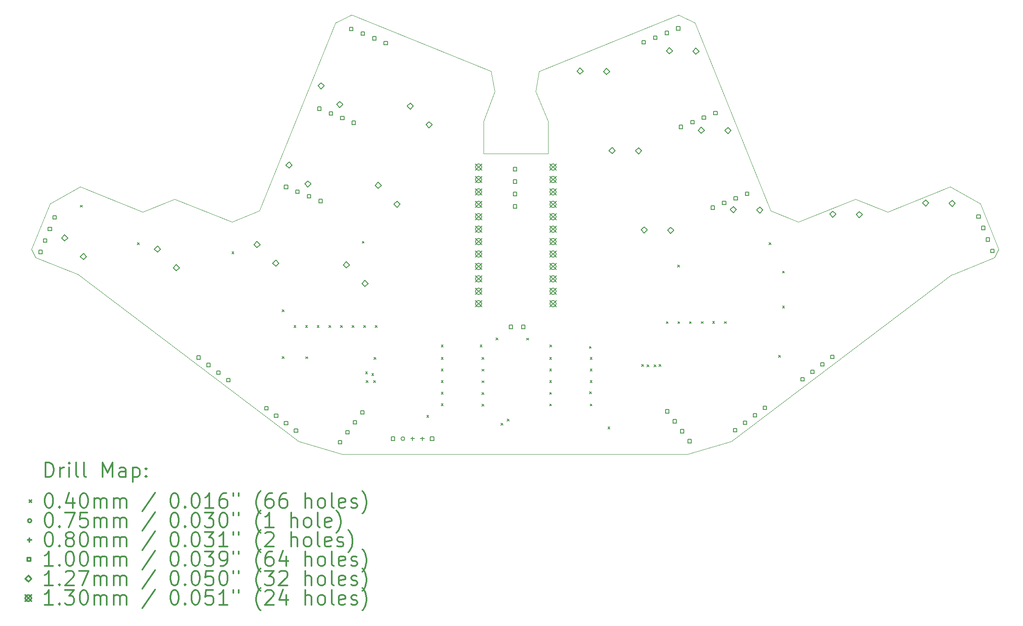
<source format=gbr>
%FSLAX45Y45*%
G04 Gerber Fmt 4.5, Leading zero omitted, Abs format (unit mm)*
G04 Created by KiCad (PCBNEW (5.1.4)-1) date 2023-12-29 15:47:18*
%MOMM*%
%LPD*%
G04 APERTURE LIST*
%ADD10C,0.050000*%
%ADD11C,0.200000*%
%ADD12C,0.300000*%
G04 APERTURE END LIST*
D10*
X14660000Y-6764000D02*
X14739400Y-7175800D01*
X15645876Y-6767825D02*
X15577600Y-7175800D01*
X15577600Y-7175800D02*
X15831600Y-7785400D01*
X14510800Y-7785400D02*
X14739400Y-7175800D01*
X15831600Y-8445800D02*
X15831600Y-7785400D01*
X14510800Y-8445800D02*
X14510800Y-7785400D01*
X15831600Y-8445800D02*
X14510800Y-8445800D01*
X18685877Y-14597825D02*
X19587407Y-14333763D01*
X18483889Y-5622853D02*
X15655978Y-6765403D01*
X11615876Y-14597825D02*
X18685877Y-14597825D01*
X15655978Y-6765403D02*
X15645876Y-6767825D01*
X11832089Y-5621450D02*
X11813546Y-5613958D01*
X11615876Y-14597825D02*
X10728571Y-14332360D01*
X18502433Y-5615361D02*
X18483889Y-5622853D01*
X11832089Y-5621450D02*
X14660000Y-6764000D01*
X22783704Y-9644991D02*
X24063218Y-9128034D01*
X20955286Y-9844453D02*
X22127283Y-9381720D01*
X20955286Y-9844453D02*
X20389990Y-9619862D01*
X24117703Y-10917959D02*
X24970712Y-10573321D01*
X19587407Y-14333763D02*
X24099159Y-10925451D01*
X18502433Y-5615361D02*
X18835373Y-5772049D01*
X25055565Y-10409614D02*
X24970712Y-10573321D01*
X24677212Y-9473158D02*
X24063218Y-9128034D01*
X10728571Y-14332360D02*
X6216819Y-10924047D01*
X24677212Y-9473158D02*
X25055565Y-10409614D01*
X6198275Y-10916555D02*
X6216819Y-10924047D01*
X5638766Y-9471754D02*
X5260413Y-10408210D01*
X8188695Y-9380317D02*
X7532274Y-9643587D01*
X22127283Y-9381720D02*
X22783704Y-9644991D01*
X5638766Y-9471754D02*
X6252760Y-9126630D01*
X7532274Y-9643587D02*
X6252760Y-9126630D01*
X18835373Y-5772049D02*
X20389990Y-9619862D01*
X24117703Y-10917959D02*
X24099159Y-10925451D01*
X9360693Y-9843049D02*
X9925989Y-9618459D01*
X11480606Y-5770646D02*
X9925989Y-9618459D01*
X9360693Y-9843049D02*
X8188695Y-9380317D01*
X5260413Y-10408210D02*
X5345266Y-10571917D01*
X11813546Y-5613958D02*
X11480606Y-5770646D01*
X6198275Y-10916555D02*
X5345266Y-10571917D01*
D11*
X6260000Y-9504000D02*
X6300000Y-9544000D01*
X6300000Y-9504000D02*
X6260000Y-9544000D01*
X7425000Y-10269000D02*
X7465000Y-10309000D01*
X7465000Y-10269000D02*
X7425000Y-10309000D01*
X9360000Y-10454625D02*
X9400000Y-10494625D01*
X9400000Y-10454625D02*
X9360000Y-10494625D01*
X10391875Y-11645250D02*
X10431875Y-11685250D01*
X10431875Y-11645250D02*
X10391875Y-11685250D01*
X10391875Y-12597750D02*
X10431875Y-12637750D01*
X10431875Y-12597750D02*
X10391875Y-12637750D01*
X10630000Y-11962750D02*
X10670000Y-12002750D01*
X10670000Y-11962750D02*
X10630000Y-12002750D01*
X10868125Y-11962750D02*
X10908125Y-12002750D01*
X10908125Y-11962750D02*
X10868125Y-12002750D01*
X10871300Y-12604100D02*
X10911300Y-12644100D01*
X10911300Y-12604100D02*
X10871300Y-12644100D01*
X11106250Y-11962750D02*
X11146250Y-12002750D01*
X11146250Y-11962750D02*
X11106250Y-12002750D01*
X11344375Y-11962750D02*
X11384375Y-12002750D01*
X11384375Y-11962750D02*
X11344375Y-12002750D01*
X11582500Y-11962750D02*
X11622500Y-12002750D01*
X11622500Y-11962750D02*
X11582500Y-12002750D01*
X11820625Y-11962750D02*
X11860625Y-12002750D01*
X11860625Y-11962750D02*
X11820625Y-12002750D01*
X12027000Y-10241900D02*
X12067000Y-10281900D01*
X12067000Y-10241900D02*
X12027000Y-10281900D01*
X12058750Y-11962750D02*
X12098750Y-12002750D01*
X12098750Y-11962750D02*
X12058750Y-12002750D01*
X12096000Y-12913000D02*
X12136000Y-12953000D01*
X12136000Y-12913000D02*
X12096000Y-12953000D01*
X12111000Y-13090000D02*
X12151000Y-13130000D01*
X12151000Y-13090000D02*
X12111000Y-13130000D01*
X12222745Y-12945701D02*
X12262745Y-12985701D01*
X12262745Y-12945701D02*
X12222745Y-12985701D01*
X12258081Y-13091102D02*
X12298081Y-13131102D01*
X12298081Y-13091102D02*
X12258081Y-13131102D01*
X12268300Y-12616800D02*
X12308300Y-12656800D01*
X12308300Y-12616800D02*
X12268300Y-12656800D01*
X12296875Y-11962750D02*
X12336875Y-12002750D01*
X12336875Y-11962750D02*
X12296875Y-12002750D01*
X13348000Y-13802000D02*
X13388000Y-13842000D01*
X13388000Y-13802000D02*
X13348000Y-13842000D01*
X13646050Y-12614300D02*
X13686050Y-12654300D01*
X13686050Y-12614300D02*
X13646050Y-12654300D01*
X13646050Y-12852425D02*
X13686050Y-12892425D01*
X13686050Y-12852425D02*
X13646050Y-12892425D01*
X13646050Y-13090550D02*
X13686050Y-13130550D01*
X13686050Y-13090550D02*
X13646050Y-13130550D01*
X13646050Y-13328675D02*
X13686050Y-13368675D01*
X13686050Y-13328675D02*
X13646050Y-13368675D01*
X13646050Y-13566800D02*
X13686050Y-13606800D01*
X13686050Y-13566800D02*
X13646050Y-13606800D01*
X13646250Y-12359625D02*
X13686250Y-12399625D01*
X13686250Y-12359625D02*
X13646250Y-12399625D01*
X14440000Y-12359625D02*
X14480000Y-12399625D01*
X14480000Y-12359625D02*
X14440000Y-12399625D01*
X14477275Y-12618775D02*
X14517275Y-12658775D01*
X14517275Y-12618775D02*
X14477275Y-12658775D01*
X14477275Y-12856900D02*
X14517275Y-12896900D01*
X14517275Y-12856900D02*
X14477275Y-12896900D01*
X14477275Y-13095025D02*
X14517275Y-13135025D01*
X14517275Y-13095025D02*
X14477275Y-13135025D01*
X14477275Y-13333150D02*
X14517275Y-13373150D01*
X14517275Y-13333150D02*
X14477275Y-13373150D01*
X14477275Y-13571275D02*
X14517275Y-13611275D01*
X14517275Y-13571275D02*
X14477275Y-13611275D01*
X14768000Y-12216000D02*
X14808000Y-12256000D01*
X14808000Y-12216000D02*
X14768000Y-12256000D01*
X14866000Y-13960000D02*
X14906000Y-14000000D01*
X14906000Y-13960000D02*
X14866000Y-14000000D01*
X14994000Y-13879000D02*
X15034000Y-13919000D01*
X15034000Y-13879000D02*
X14994000Y-13919000D01*
X15392500Y-12223100D02*
X15432500Y-12263100D01*
X15432500Y-12223100D02*
X15392500Y-12263100D01*
X15864250Y-12616775D02*
X15904250Y-12656775D01*
X15904250Y-12616775D02*
X15864250Y-12656775D01*
X15864250Y-12854900D02*
X15904250Y-12894900D01*
X15904250Y-12854900D02*
X15864250Y-12894900D01*
X15864250Y-13093025D02*
X15904250Y-13133025D01*
X15904250Y-13093025D02*
X15864250Y-13133025D01*
X15864250Y-13331150D02*
X15904250Y-13371150D01*
X15904250Y-13331150D02*
X15864250Y-13371150D01*
X15864250Y-13569275D02*
X15904250Y-13609275D01*
X15904250Y-13569275D02*
X15864250Y-13609275D01*
X15868750Y-12359625D02*
X15908750Y-12399625D01*
X15908750Y-12359625D02*
X15868750Y-12399625D01*
X16675200Y-12391375D02*
X16715200Y-12431375D01*
X16715200Y-12391375D02*
X16675200Y-12431375D01*
X16681797Y-13319696D02*
X16721797Y-13359696D01*
X16721797Y-13319696D02*
X16681797Y-13359696D01*
X16693375Y-12616900D02*
X16733375Y-12656900D01*
X16733375Y-12616900D02*
X16693375Y-12656900D01*
X16693375Y-12855025D02*
X16733375Y-12895025D01*
X16733375Y-12855025D02*
X16693375Y-12895025D01*
X16693375Y-13093150D02*
X16733375Y-13133150D01*
X16733375Y-13093150D02*
X16693375Y-13133150D01*
X16693375Y-13569400D02*
X16733375Y-13609400D01*
X16733375Y-13569400D02*
X16693375Y-13609400D01*
X17056200Y-14039197D02*
X17096200Y-14079197D01*
X17096200Y-14039197D02*
X17056200Y-14079197D01*
X17745457Y-12762986D02*
X17785457Y-12802986D01*
X17785457Y-12762986D02*
X17745457Y-12802986D01*
X17856300Y-12766030D02*
X17896300Y-12806030D01*
X17896300Y-12766030D02*
X17856300Y-12806030D01*
X18004177Y-12769431D02*
X18044177Y-12809431D01*
X18044177Y-12769431D02*
X18004177Y-12809431D01*
X18103814Y-12760895D02*
X18143814Y-12800895D01*
X18143814Y-12760895D02*
X18103814Y-12800895D01*
X18250000Y-11883375D02*
X18290000Y-11923375D01*
X18290000Y-11883375D02*
X18250000Y-11923375D01*
X18485000Y-10729000D02*
X18525000Y-10769000D01*
X18525000Y-10729000D02*
X18485000Y-10769000D01*
X18488125Y-11883375D02*
X18528125Y-11923375D01*
X18528125Y-11883375D02*
X18488125Y-11923375D01*
X18726250Y-11883375D02*
X18766250Y-11923375D01*
X18766250Y-11883375D02*
X18726250Y-11923375D01*
X18964375Y-11883375D02*
X19004375Y-11923375D01*
X19004375Y-11883375D02*
X18964375Y-11923375D01*
X18964375Y-11883375D02*
X19004375Y-11923375D01*
X19004375Y-11883375D02*
X18964375Y-11923375D01*
X19198310Y-11879185D02*
X19238310Y-11919185D01*
X19238310Y-11879185D02*
X19198310Y-11919185D01*
X19440625Y-11883375D02*
X19480625Y-11923375D01*
X19480625Y-11883375D02*
X19440625Y-11923375D01*
X20352395Y-10271395D02*
X20392395Y-10311395D01*
X20392395Y-10271395D02*
X20352395Y-10311395D01*
X20551875Y-12574151D02*
X20591875Y-12614151D01*
X20591875Y-12574151D02*
X20551875Y-12614151D01*
X20631250Y-10851500D02*
X20671250Y-10891500D01*
X20671250Y-10851500D02*
X20631250Y-10891500D01*
X20631250Y-11565875D02*
X20671250Y-11605875D01*
X20671250Y-11565875D02*
X20631250Y-11605875D01*
X12896500Y-14279000D02*
G75*
G03X12896500Y-14279000I-37500J0D01*
G01*
X13059000Y-14239000D02*
X13059000Y-14319000D01*
X13019000Y-14279000D02*
X13099000Y-14279000D01*
X13259000Y-14239000D02*
X13259000Y-14319000D01*
X13219000Y-14279000D02*
X13299000Y-14279000D01*
X8716057Y-12655924D02*
X8716057Y-12585212D01*
X8645346Y-12585212D01*
X8645346Y-12655924D01*
X8716057Y-12655924D01*
X8918911Y-12808785D02*
X8918911Y-12738073D01*
X8848199Y-12738073D01*
X8848199Y-12808785D01*
X8918911Y-12808785D01*
X9121764Y-12961646D02*
X9121764Y-12890934D01*
X9051053Y-12890934D01*
X9051053Y-12961646D01*
X9121764Y-12961646D01*
X9324618Y-13114507D02*
X9324618Y-13043795D01*
X9253906Y-13043795D01*
X9253906Y-13114507D01*
X9324618Y-13114507D01*
X10503242Y-9167730D02*
X10503242Y-9097019D01*
X10432531Y-9097019D01*
X10432531Y-9167730D01*
X10503242Y-9167730D01*
X10738747Y-9262881D02*
X10738747Y-9192169D01*
X10668036Y-9192169D01*
X10668036Y-9262881D01*
X10738747Y-9262881D01*
X10974252Y-9358031D02*
X10974252Y-9287319D01*
X10903540Y-9287319D01*
X10903540Y-9358031D01*
X10974252Y-9358031D01*
X11209756Y-9453181D02*
X11209756Y-9382469D01*
X11139045Y-9382469D01*
X11139045Y-9453181D01*
X11209756Y-9453181D01*
X15106356Y-12027356D02*
X15106356Y-11956644D01*
X15035644Y-11956644D01*
X15035644Y-12027356D01*
X15106356Y-12027356D01*
X15360356Y-12027356D02*
X15360356Y-11956644D01*
X15289644Y-11956644D01*
X15289644Y-12027356D01*
X15360356Y-12027356D01*
X11184718Y-7567730D02*
X11184718Y-7497019D01*
X11114007Y-7497019D01*
X11114007Y-7567730D01*
X11184718Y-7567730D01*
X11420223Y-7662880D02*
X11420223Y-7592169D01*
X11349511Y-7592169D01*
X11349511Y-7662880D01*
X11420223Y-7662880D01*
X11655727Y-7758030D02*
X11655727Y-7687319D01*
X11585016Y-7687319D01*
X11585016Y-7758030D01*
X11655727Y-7758030D01*
X11891232Y-7853181D02*
X11891232Y-7782469D01*
X11820521Y-7782469D01*
X11820521Y-7853181D01*
X11891232Y-7853181D01*
X19235356Y-9589356D02*
X19235356Y-9518644D01*
X19164644Y-9518644D01*
X19164644Y-9589356D01*
X19235356Y-9589356D01*
X19470860Y-9494206D02*
X19470860Y-9423494D01*
X19400149Y-9423494D01*
X19400149Y-9494206D01*
X19470860Y-9494206D01*
X19706365Y-9399056D02*
X19706365Y-9328344D01*
X19635654Y-9328344D01*
X19635654Y-9399056D01*
X19706365Y-9399056D01*
X19941870Y-9303906D02*
X19941870Y-9233194D01*
X19871158Y-9233194D01*
X19871158Y-9303906D01*
X19941870Y-9303906D01*
X18306137Y-13757079D02*
X18306137Y-13686367D01*
X18235426Y-13686367D01*
X18235426Y-13757079D01*
X18306137Y-13757079D01*
X18458998Y-13959932D02*
X18458998Y-13889221D01*
X18388287Y-13889221D01*
X18388287Y-13959932D01*
X18458998Y-13959932D01*
X18611859Y-14162786D02*
X18611859Y-14092074D01*
X18541148Y-14092074D01*
X18541148Y-14162786D01*
X18611859Y-14162786D01*
X18764720Y-14365639D02*
X18764720Y-14294928D01*
X18694009Y-14294928D01*
X18694009Y-14365639D01*
X18764720Y-14365639D01*
X21076870Y-13099146D02*
X21076870Y-13028435D01*
X21006158Y-13028435D01*
X21006158Y-13099146D01*
X21076870Y-13099146D01*
X21279723Y-12946285D02*
X21279723Y-12875574D01*
X21209012Y-12875574D01*
X21209012Y-12946285D01*
X21279723Y-12946285D01*
X21482577Y-12793424D02*
X21482577Y-12722713D01*
X21411865Y-12722713D01*
X21411865Y-12793424D01*
X21482577Y-12793424D01*
X21685430Y-12640563D02*
X21685430Y-12569852D01*
X21614719Y-12569852D01*
X21614719Y-12640563D01*
X21685430Y-12640563D01*
X19697046Y-14141972D02*
X19697046Y-14071261D01*
X19626334Y-14071261D01*
X19626334Y-14141972D01*
X19697046Y-14141972D01*
X19899899Y-13989111D02*
X19899899Y-13918400D01*
X19829188Y-13918400D01*
X19829188Y-13989111D01*
X19899899Y-13989111D01*
X20102753Y-13836250D02*
X20102753Y-13765539D01*
X20032041Y-13765539D01*
X20032041Y-13836250D01*
X20102753Y-13836250D01*
X20305606Y-13683389D02*
X20305606Y-13612678D01*
X20234895Y-13612678D01*
X20234895Y-13683389D01*
X20305606Y-13683389D01*
X12694356Y-14314356D02*
X12694356Y-14243644D01*
X12623644Y-14243644D01*
X12623644Y-14314356D01*
X12694356Y-14314356D01*
X13494356Y-14314356D02*
X13494356Y-14243644D01*
X13423644Y-14243644D01*
X13423644Y-14314356D01*
X13494356Y-14314356D01*
X24678194Y-9770465D02*
X24678194Y-9699753D01*
X24607482Y-9699753D01*
X24607482Y-9770465D01*
X24678194Y-9770465D01*
X24773344Y-10005969D02*
X24773344Y-9935258D01*
X24702632Y-9935258D01*
X24702632Y-10005969D01*
X24773344Y-10005969D01*
X24868494Y-10241474D02*
X24868494Y-10170763D01*
X24797782Y-10170763D01*
X24797782Y-10241474D01*
X24868494Y-10241474D01*
X24963644Y-10476979D02*
X24963644Y-10406267D01*
X24892933Y-10406267D01*
X24892933Y-10476979D01*
X24963644Y-10476979D01*
X17824790Y-6208421D02*
X17824790Y-6137709D01*
X17754079Y-6137709D01*
X17754079Y-6208421D01*
X17824790Y-6208421D01*
X18060295Y-6113270D02*
X18060295Y-6042559D01*
X17989584Y-6042559D01*
X17989584Y-6113270D01*
X18060295Y-6113270D01*
X18295800Y-6018120D02*
X18295800Y-5947409D01*
X18225088Y-5947409D01*
X18225088Y-6018120D01*
X18295800Y-6018120D01*
X18531304Y-5922970D02*
X18531304Y-5852259D01*
X18460593Y-5852259D01*
X18460593Y-5922970D01*
X18531304Y-5922970D01*
X10099627Y-13689478D02*
X10099627Y-13618766D01*
X10028916Y-13618766D01*
X10028916Y-13689478D01*
X10099627Y-13689478D01*
X10302481Y-13842339D02*
X10302481Y-13771627D01*
X10231769Y-13771627D01*
X10231769Y-13842339D01*
X10302481Y-13842339D01*
X10505334Y-13995200D02*
X10505334Y-13924488D01*
X10434623Y-13924488D01*
X10434623Y-13995200D01*
X10505334Y-13995200D01*
X10708188Y-14148061D02*
X10708188Y-14077349D01*
X10637476Y-14077349D01*
X10637476Y-14148061D01*
X10708188Y-14148061D01*
X11608784Y-14385499D02*
X11608784Y-14314788D01*
X11538073Y-14314788D01*
X11538073Y-14385499D01*
X11608784Y-14385499D01*
X11761645Y-14182646D02*
X11761645Y-14111934D01*
X11690934Y-14111934D01*
X11690934Y-14182646D01*
X11761645Y-14182646D01*
X11914506Y-13979792D02*
X11914506Y-13909081D01*
X11843795Y-13909081D01*
X11843795Y-13979792D01*
X11914506Y-13979792D01*
X12067367Y-13776939D02*
X12067367Y-13706228D01*
X11996656Y-13706228D01*
X11996656Y-13776939D01*
X12067367Y-13776939D01*
X5479426Y-10496197D02*
X5479426Y-10425486D01*
X5408715Y-10425486D01*
X5408715Y-10496197D01*
X5479426Y-10496197D01*
X5574576Y-10260693D02*
X5574576Y-10189981D01*
X5503865Y-10189981D01*
X5503865Y-10260693D01*
X5574576Y-10260693D01*
X5669726Y-10025188D02*
X5669726Y-9954477D01*
X5599015Y-9954477D01*
X5599015Y-10025188D01*
X5669726Y-10025188D01*
X5764876Y-9789683D02*
X5764876Y-9718972D01*
X5694165Y-9718972D01*
X5694165Y-9789683D01*
X5764876Y-9789683D01*
X11838621Y-5936365D02*
X11838621Y-5865653D01*
X11767910Y-5865653D01*
X11767910Y-5936365D01*
X11838621Y-5936365D01*
X12074126Y-6031515D02*
X12074126Y-5960803D01*
X12003415Y-5960803D01*
X12003415Y-6031515D01*
X12074126Y-6031515D01*
X12309631Y-6126665D02*
X12309631Y-6055953D01*
X12238919Y-6055953D01*
X12238919Y-6126665D01*
X12309631Y-6126665D01*
X12545136Y-6221815D02*
X12545136Y-6151103D01*
X12474424Y-6151103D01*
X12474424Y-6221815D01*
X12545136Y-6221815D01*
X18585356Y-7939356D02*
X18585356Y-7868644D01*
X18514644Y-7868644D01*
X18514644Y-7939356D01*
X18585356Y-7939356D01*
X18820860Y-7844206D02*
X18820860Y-7773494D01*
X18750149Y-7773494D01*
X18750149Y-7844206D01*
X18820860Y-7844206D01*
X19056365Y-7749056D02*
X19056365Y-7678344D01*
X18985654Y-7678344D01*
X18985654Y-7749056D01*
X19056365Y-7749056D01*
X19291870Y-7653905D02*
X19291870Y-7583194D01*
X19221158Y-7583194D01*
X19221158Y-7653905D01*
X19291870Y-7653905D01*
X15191232Y-8803181D02*
X15191232Y-8732469D01*
X15120521Y-8732469D01*
X15120521Y-8803181D01*
X15191232Y-8803181D01*
X15191232Y-9057181D02*
X15191232Y-8986469D01*
X15120521Y-8986469D01*
X15120521Y-9057181D01*
X15191232Y-9057181D01*
X15191232Y-9311181D02*
X15191232Y-9240469D01*
X15120521Y-9240469D01*
X15120521Y-9311181D01*
X15191232Y-9311181D01*
X15191232Y-9565181D02*
X15191232Y-9494469D01*
X15120521Y-9494469D01*
X15120521Y-9565181D01*
X15191232Y-9565181D01*
X11701129Y-10787435D02*
X11764629Y-10723935D01*
X11701129Y-10660435D01*
X11637629Y-10723935D01*
X11701129Y-10787435D01*
X12086053Y-11169446D02*
X12149553Y-11105946D01*
X12086053Y-11042446D01*
X12022553Y-11105946D01*
X12086053Y-11169446D01*
X7839751Y-10467652D02*
X7903251Y-10404152D01*
X7839751Y-10340652D01*
X7776251Y-10404152D01*
X7839751Y-10467652D01*
X8224675Y-10849664D02*
X8288175Y-10786164D01*
X8224675Y-10722664D01*
X8161175Y-10786164D01*
X8224675Y-10849664D01*
X11184580Y-7127424D02*
X11248080Y-7063924D01*
X11184580Y-7000424D01*
X11121080Y-7063924D01*
X11184580Y-7127424D01*
X11569504Y-7509436D02*
X11633004Y-7445936D01*
X11569504Y-7382436D01*
X11506004Y-7445936D01*
X11569504Y-7509436D01*
X9873457Y-10372568D02*
X9936957Y-10309068D01*
X9873457Y-10245568D01*
X9809957Y-10309068D01*
X9873457Y-10372568D01*
X10258381Y-10754579D02*
X10321881Y-10691079D01*
X10258381Y-10627579D01*
X10194881Y-10691079D01*
X10258381Y-10754579D01*
X18969272Y-8035588D02*
X19032772Y-7972088D01*
X18969272Y-7908588D01*
X18905772Y-7972088D01*
X18969272Y-8035588D01*
X19511531Y-8042993D02*
X19575031Y-7979493D01*
X19511531Y-7915993D01*
X19448031Y-7979493D01*
X19511531Y-8042993D01*
X13012252Y-7542291D02*
X13075752Y-7478791D01*
X13012252Y-7415291D01*
X12948752Y-7478791D01*
X13012252Y-7542291D01*
X13397176Y-7924303D02*
X13460676Y-7860803D01*
X13397176Y-7797303D01*
X13333676Y-7860803D01*
X13397176Y-7924303D01*
X19624833Y-9658160D02*
X19688333Y-9594660D01*
X19624833Y-9531160D01*
X19561333Y-9594660D01*
X19624833Y-9658160D01*
X20167092Y-9665565D02*
X20230592Y-9602065D01*
X20167092Y-9538565D01*
X20103592Y-9602065D01*
X20167092Y-9665565D01*
X10529018Y-8749996D02*
X10592518Y-8686496D01*
X10529018Y-8622996D01*
X10465518Y-8686496D01*
X10529018Y-8749996D01*
X10913943Y-9132008D02*
X10977443Y-9068508D01*
X10913943Y-9005008D01*
X10850443Y-9068508D01*
X10913943Y-9132008D01*
X12356690Y-9164863D02*
X12420190Y-9101363D01*
X12356690Y-9037863D01*
X12293190Y-9101363D01*
X12356690Y-9164863D01*
X12741615Y-9546875D02*
X12805115Y-9483375D01*
X12741615Y-9419875D01*
X12678115Y-9483375D01*
X12741615Y-9546875D01*
X23561132Y-9523814D02*
X23624632Y-9460314D01*
X23561132Y-9396814D01*
X23497632Y-9460314D01*
X23561132Y-9523814D01*
X24103392Y-9531219D02*
X24166892Y-9467719D01*
X24103392Y-9404219D01*
X24039892Y-9467719D01*
X24103392Y-9531219D01*
X17141600Y-8450455D02*
X17205100Y-8386955D01*
X17141600Y-8323455D01*
X17078100Y-8386955D01*
X17141600Y-8450455D01*
X17683859Y-8457860D02*
X17747359Y-8394360D01*
X17683859Y-8330860D01*
X17620359Y-8394360D01*
X17683859Y-8457860D01*
X17797161Y-10073027D02*
X17860661Y-10009527D01*
X17797161Y-9946027D01*
X17733661Y-10009527D01*
X17797161Y-10073027D01*
X18339420Y-10080432D02*
X18402920Y-10016932D01*
X18339420Y-9953432D01*
X18275920Y-10016932D01*
X18339420Y-10080432D01*
X21658539Y-9753244D02*
X21722039Y-9689744D01*
X21658539Y-9626244D01*
X21595039Y-9689744D01*
X21658539Y-9753244D01*
X22200798Y-9760649D02*
X22264298Y-9697149D01*
X22200798Y-9633649D01*
X22137298Y-9697149D01*
X22200798Y-9760649D01*
X5937158Y-10238221D02*
X6000658Y-10174721D01*
X5937158Y-10111221D01*
X5873658Y-10174721D01*
X5937158Y-10238221D01*
X6322082Y-10620233D02*
X6385582Y-10556733D01*
X6322082Y-10493233D01*
X6258582Y-10556733D01*
X6322082Y-10620233D01*
X16486038Y-6827883D02*
X16549538Y-6764383D01*
X16486038Y-6700883D01*
X16422538Y-6764383D01*
X16486038Y-6827883D01*
X17028297Y-6835289D02*
X17091797Y-6771789D01*
X17028297Y-6708289D01*
X16964797Y-6771789D01*
X17028297Y-6835289D01*
X18313710Y-6413016D02*
X18377210Y-6349516D01*
X18313710Y-6286016D01*
X18250210Y-6349516D01*
X18313710Y-6413016D01*
X18855969Y-6420422D02*
X18919469Y-6356922D01*
X18855969Y-6293422D01*
X18792469Y-6356922D01*
X18855969Y-6420422D01*
X14344200Y-8660200D02*
X14474200Y-8790200D01*
X14474200Y-8660200D02*
X14344200Y-8790200D01*
X14474200Y-8725200D02*
G75*
G03X14474200Y-8725200I-65000J0D01*
G01*
X14344200Y-8914200D02*
X14474200Y-9044200D01*
X14474200Y-8914200D02*
X14344200Y-9044200D01*
X14474200Y-8979200D02*
G75*
G03X14474200Y-8979200I-65000J0D01*
G01*
X14344200Y-9168200D02*
X14474200Y-9298200D01*
X14474200Y-9168200D02*
X14344200Y-9298200D01*
X14474200Y-9233200D02*
G75*
G03X14474200Y-9233200I-65000J0D01*
G01*
X14344200Y-9422200D02*
X14474200Y-9552200D01*
X14474200Y-9422200D02*
X14344200Y-9552200D01*
X14474200Y-9487200D02*
G75*
G03X14474200Y-9487200I-65000J0D01*
G01*
X14344200Y-9676200D02*
X14474200Y-9806200D01*
X14474200Y-9676200D02*
X14344200Y-9806200D01*
X14474200Y-9741200D02*
G75*
G03X14474200Y-9741200I-65000J0D01*
G01*
X14344200Y-9930200D02*
X14474200Y-10060200D01*
X14474200Y-9930200D02*
X14344200Y-10060200D01*
X14474200Y-9995200D02*
G75*
G03X14474200Y-9995200I-65000J0D01*
G01*
X14344200Y-10184200D02*
X14474200Y-10314200D01*
X14474200Y-10184200D02*
X14344200Y-10314200D01*
X14474200Y-10249200D02*
G75*
G03X14474200Y-10249200I-65000J0D01*
G01*
X14344200Y-10438200D02*
X14474200Y-10568200D01*
X14474200Y-10438200D02*
X14344200Y-10568200D01*
X14474200Y-10503200D02*
G75*
G03X14474200Y-10503200I-65000J0D01*
G01*
X14344200Y-10692200D02*
X14474200Y-10822200D01*
X14474200Y-10692200D02*
X14344200Y-10822200D01*
X14474200Y-10757200D02*
G75*
G03X14474200Y-10757200I-65000J0D01*
G01*
X14344200Y-10946200D02*
X14474200Y-11076200D01*
X14474200Y-10946200D02*
X14344200Y-11076200D01*
X14474200Y-11011200D02*
G75*
G03X14474200Y-11011200I-65000J0D01*
G01*
X14344200Y-11200200D02*
X14474200Y-11330200D01*
X14474200Y-11200200D02*
X14344200Y-11330200D01*
X14474200Y-11265200D02*
G75*
G03X14474200Y-11265200I-65000J0D01*
G01*
X14344200Y-11454200D02*
X14474200Y-11584200D01*
X14474200Y-11454200D02*
X14344200Y-11584200D01*
X14474200Y-11519200D02*
G75*
G03X14474200Y-11519200I-65000J0D01*
G01*
X15868200Y-8660200D02*
X15998200Y-8790200D01*
X15998200Y-8660200D02*
X15868200Y-8790200D01*
X15998200Y-8725200D02*
G75*
G03X15998200Y-8725200I-65000J0D01*
G01*
X15868200Y-8914200D02*
X15998200Y-9044200D01*
X15998200Y-8914200D02*
X15868200Y-9044200D01*
X15998200Y-8979200D02*
G75*
G03X15998200Y-8979200I-65000J0D01*
G01*
X15868200Y-9168200D02*
X15998200Y-9298200D01*
X15998200Y-9168200D02*
X15868200Y-9298200D01*
X15998200Y-9233200D02*
G75*
G03X15998200Y-9233200I-65000J0D01*
G01*
X15868200Y-9422200D02*
X15998200Y-9552200D01*
X15998200Y-9422200D02*
X15868200Y-9552200D01*
X15998200Y-9487200D02*
G75*
G03X15998200Y-9487200I-65000J0D01*
G01*
X15868200Y-9676200D02*
X15998200Y-9806200D01*
X15998200Y-9676200D02*
X15868200Y-9806200D01*
X15998200Y-9741200D02*
G75*
G03X15998200Y-9741200I-65000J0D01*
G01*
X15868200Y-9930200D02*
X15998200Y-10060200D01*
X15998200Y-9930200D02*
X15868200Y-10060200D01*
X15998200Y-9995200D02*
G75*
G03X15998200Y-9995200I-65000J0D01*
G01*
X15868200Y-10184200D02*
X15998200Y-10314200D01*
X15998200Y-10184200D02*
X15868200Y-10314200D01*
X15998200Y-10249200D02*
G75*
G03X15998200Y-10249200I-65000J0D01*
G01*
X15868200Y-10438200D02*
X15998200Y-10568200D01*
X15998200Y-10438200D02*
X15868200Y-10568200D01*
X15998200Y-10503200D02*
G75*
G03X15998200Y-10503200I-65000J0D01*
G01*
X15868200Y-10692200D02*
X15998200Y-10822200D01*
X15998200Y-10692200D02*
X15868200Y-10822200D01*
X15998200Y-10757200D02*
G75*
G03X15998200Y-10757200I-65000J0D01*
G01*
X15868200Y-10946200D02*
X15998200Y-11076200D01*
X15998200Y-10946200D02*
X15868200Y-11076200D01*
X15998200Y-11011200D02*
G75*
G03X15998200Y-11011200I-65000J0D01*
G01*
X15868200Y-11200200D02*
X15998200Y-11330200D01*
X15998200Y-11200200D02*
X15868200Y-11330200D01*
X15998200Y-11265200D02*
G75*
G03X15998200Y-11265200I-65000J0D01*
G01*
X15868200Y-11454200D02*
X15998200Y-11584200D01*
X15998200Y-11454200D02*
X15868200Y-11584200D01*
X15998200Y-11519200D02*
G75*
G03X15998200Y-11519200I-65000J0D01*
G01*
D12*
X5544342Y-15066039D02*
X5544342Y-14766039D01*
X5615770Y-14766039D01*
X5658627Y-14780325D01*
X5687199Y-14808896D01*
X5701484Y-14837468D01*
X5715770Y-14894611D01*
X5715770Y-14937468D01*
X5701484Y-14994611D01*
X5687199Y-15023182D01*
X5658627Y-15051753D01*
X5615770Y-15066039D01*
X5544342Y-15066039D01*
X5844342Y-15066039D02*
X5844342Y-14866039D01*
X5844342Y-14923182D02*
X5858627Y-14894611D01*
X5872913Y-14880325D01*
X5901484Y-14866039D01*
X5930056Y-14866039D01*
X6030056Y-15066039D02*
X6030056Y-14866039D01*
X6030056Y-14766039D02*
X6015770Y-14780325D01*
X6030056Y-14794611D01*
X6044342Y-14780325D01*
X6030056Y-14766039D01*
X6030056Y-14794611D01*
X6215770Y-15066039D02*
X6187199Y-15051753D01*
X6172913Y-15023182D01*
X6172913Y-14766039D01*
X6372913Y-15066039D02*
X6344342Y-15051753D01*
X6330056Y-15023182D01*
X6330056Y-14766039D01*
X6715770Y-15066039D02*
X6715770Y-14766039D01*
X6815770Y-14980325D01*
X6915770Y-14766039D01*
X6915770Y-15066039D01*
X7187199Y-15066039D02*
X7187199Y-14908896D01*
X7172913Y-14880325D01*
X7144342Y-14866039D01*
X7087199Y-14866039D01*
X7058627Y-14880325D01*
X7187199Y-15051753D02*
X7158627Y-15066039D01*
X7087199Y-15066039D01*
X7058627Y-15051753D01*
X7044342Y-15023182D01*
X7044342Y-14994611D01*
X7058627Y-14966039D01*
X7087199Y-14951753D01*
X7158627Y-14951753D01*
X7187199Y-14937468D01*
X7330056Y-14866039D02*
X7330056Y-15166039D01*
X7330056Y-14880325D02*
X7358627Y-14866039D01*
X7415770Y-14866039D01*
X7444342Y-14880325D01*
X7458627Y-14894611D01*
X7472913Y-14923182D01*
X7472913Y-15008896D01*
X7458627Y-15037468D01*
X7444342Y-15051753D01*
X7415770Y-15066039D01*
X7358627Y-15066039D01*
X7330056Y-15051753D01*
X7601484Y-15037468D02*
X7615770Y-15051753D01*
X7601484Y-15066039D01*
X7587199Y-15051753D01*
X7601484Y-15037468D01*
X7601484Y-15066039D01*
X7601484Y-14880325D02*
X7615770Y-14894611D01*
X7601484Y-14908896D01*
X7587199Y-14894611D01*
X7601484Y-14880325D01*
X7601484Y-14908896D01*
X5217913Y-15540325D02*
X5257913Y-15580325D01*
X5257913Y-15540325D02*
X5217913Y-15580325D01*
X5601484Y-15396039D02*
X5630056Y-15396039D01*
X5658627Y-15410325D01*
X5672913Y-15424611D01*
X5687199Y-15453182D01*
X5701484Y-15510325D01*
X5701484Y-15581753D01*
X5687199Y-15638896D01*
X5672913Y-15667468D01*
X5658627Y-15681753D01*
X5630056Y-15696039D01*
X5601484Y-15696039D01*
X5572913Y-15681753D01*
X5558627Y-15667468D01*
X5544342Y-15638896D01*
X5530056Y-15581753D01*
X5530056Y-15510325D01*
X5544342Y-15453182D01*
X5558627Y-15424611D01*
X5572913Y-15410325D01*
X5601484Y-15396039D01*
X5830056Y-15667468D02*
X5844342Y-15681753D01*
X5830056Y-15696039D01*
X5815770Y-15681753D01*
X5830056Y-15667468D01*
X5830056Y-15696039D01*
X6101484Y-15496039D02*
X6101484Y-15696039D01*
X6030056Y-15381753D02*
X5958627Y-15596039D01*
X6144342Y-15596039D01*
X6315770Y-15396039D02*
X6344342Y-15396039D01*
X6372913Y-15410325D01*
X6387199Y-15424611D01*
X6401484Y-15453182D01*
X6415770Y-15510325D01*
X6415770Y-15581753D01*
X6401484Y-15638896D01*
X6387199Y-15667468D01*
X6372913Y-15681753D01*
X6344342Y-15696039D01*
X6315770Y-15696039D01*
X6287199Y-15681753D01*
X6272913Y-15667468D01*
X6258627Y-15638896D01*
X6244342Y-15581753D01*
X6244342Y-15510325D01*
X6258627Y-15453182D01*
X6272913Y-15424611D01*
X6287199Y-15410325D01*
X6315770Y-15396039D01*
X6544342Y-15696039D02*
X6544342Y-15496039D01*
X6544342Y-15524611D02*
X6558627Y-15510325D01*
X6587199Y-15496039D01*
X6630056Y-15496039D01*
X6658627Y-15510325D01*
X6672913Y-15538896D01*
X6672913Y-15696039D01*
X6672913Y-15538896D02*
X6687199Y-15510325D01*
X6715770Y-15496039D01*
X6758627Y-15496039D01*
X6787199Y-15510325D01*
X6801484Y-15538896D01*
X6801484Y-15696039D01*
X6944342Y-15696039D02*
X6944342Y-15496039D01*
X6944342Y-15524611D02*
X6958627Y-15510325D01*
X6987199Y-15496039D01*
X7030056Y-15496039D01*
X7058627Y-15510325D01*
X7072913Y-15538896D01*
X7072913Y-15696039D01*
X7072913Y-15538896D02*
X7087199Y-15510325D01*
X7115770Y-15496039D01*
X7158627Y-15496039D01*
X7187199Y-15510325D01*
X7201484Y-15538896D01*
X7201484Y-15696039D01*
X7787199Y-15381753D02*
X7530056Y-15767468D01*
X8172913Y-15396039D02*
X8201484Y-15396039D01*
X8230056Y-15410325D01*
X8244342Y-15424611D01*
X8258627Y-15453182D01*
X8272913Y-15510325D01*
X8272913Y-15581753D01*
X8258627Y-15638896D01*
X8244342Y-15667468D01*
X8230056Y-15681753D01*
X8201484Y-15696039D01*
X8172913Y-15696039D01*
X8144342Y-15681753D01*
X8130056Y-15667468D01*
X8115770Y-15638896D01*
X8101484Y-15581753D01*
X8101484Y-15510325D01*
X8115770Y-15453182D01*
X8130056Y-15424611D01*
X8144342Y-15410325D01*
X8172913Y-15396039D01*
X8401485Y-15667468D02*
X8415770Y-15681753D01*
X8401485Y-15696039D01*
X8387199Y-15681753D01*
X8401485Y-15667468D01*
X8401485Y-15696039D01*
X8601485Y-15396039D02*
X8630056Y-15396039D01*
X8658627Y-15410325D01*
X8672913Y-15424611D01*
X8687199Y-15453182D01*
X8701485Y-15510325D01*
X8701485Y-15581753D01*
X8687199Y-15638896D01*
X8672913Y-15667468D01*
X8658627Y-15681753D01*
X8630056Y-15696039D01*
X8601485Y-15696039D01*
X8572913Y-15681753D01*
X8558627Y-15667468D01*
X8544342Y-15638896D01*
X8530056Y-15581753D01*
X8530056Y-15510325D01*
X8544342Y-15453182D01*
X8558627Y-15424611D01*
X8572913Y-15410325D01*
X8601485Y-15396039D01*
X8987199Y-15696039D02*
X8815770Y-15696039D01*
X8901485Y-15696039D02*
X8901485Y-15396039D01*
X8872913Y-15438896D01*
X8844342Y-15467468D01*
X8815770Y-15481753D01*
X9244342Y-15396039D02*
X9187199Y-15396039D01*
X9158627Y-15410325D01*
X9144342Y-15424611D01*
X9115770Y-15467468D01*
X9101485Y-15524611D01*
X9101485Y-15638896D01*
X9115770Y-15667468D01*
X9130056Y-15681753D01*
X9158627Y-15696039D01*
X9215770Y-15696039D01*
X9244342Y-15681753D01*
X9258627Y-15667468D01*
X9272913Y-15638896D01*
X9272913Y-15567468D01*
X9258627Y-15538896D01*
X9244342Y-15524611D01*
X9215770Y-15510325D01*
X9158627Y-15510325D01*
X9130056Y-15524611D01*
X9115770Y-15538896D01*
X9101485Y-15567468D01*
X9387199Y-15396039D02*
X9387199Y-15453182D01*
X9501485Y-15396039D02*
X9501485Y-15453182D01*
X9944342Y-15810325D02*
X9930056Y-15796039D01*
X9901485Y-15753182D01*
X9887199Y-15724611D01*
X9872913Y-15681753D01*
X9858627Y-15610325D01*
X9858627Y-15553182D01*
X9872913Y-15481753D01*
X9887199Y-15438896D01*
X9901485Y-15410325D01*
X9930056Y-15367468D01*
X9944342Y-15353182D01*
X10187199Y-15396039D02*
X10130056Y-15396039D01*
X10101485Y-15410325D01*
X10087199Y-15424611D01*
X10058627Y-15467468D01*
X10044342Y-15524611D01*
X10044342Y-15638896D01*
X10058627Y-15667468D01*
X10072913Y-15681753D01*
X10101485Y-15696039D01*
X10158627Y-15696039D01*
X10187199Y-15681753D01*
X10201485Y-15667468D01*
X10215770Y-15638896D01*
X10215770Y-15567468D01*
X10201485Y-15538896D01*
X10187199Y-15524611D01*
X10158627Y-15510325D01*
X10101485Y-15510325D01*
X10072913Y-15524611D01*
X10058627Y-15538896D01*
X10044342Y-15567468D01*
X10472913Y-15396039D02*
X10415770Y-15396039D01*
X10387199Y-15410325D01*
X10372913Y-15424611D01*
X10344342Y-15467468D01*
X10330056Y-15524611D01*
X10330056Y-15638896D01*
X10344342Y-15667468D01*
X10358627Y-15681753D01*
X10387199Y-15696039D01*
X10444342Y-15696039D01*
X10472913Y-15681753D01*
X10487199Y-15667468D01*
X10501485Y-15638896D01*
X10501485Y-15567468D01*
X10487199Y-15538896D01*
X10472913Y-15524611D01*
X10444342Y-15510325D01*
X10387199Y-15510325D01*
X10358627Y-15524611D01*
X10344342Y-15538896D01*
X10330056Y-15567468D01*
X10858627Y-15696039D02*
X10858627Y-15396039D01*
X10987199Y-15696039D02*
X10987199Y-15538896D01*
X10972913Y-15510325D01*
X10944342Y-15496039D01*
X10901485Y-15496039D01*
X10872913Y-15510325D01*
X10858627Y-15524611D01*
X11172913Y-15696039D02*
X11144342Y-15681753D01*
X11130056Y-15667468D01*
X11115770Y-15638896D01*
X11115770Y-15553182D01*
X11130056Y-15524611D01*
X11144342Y-15510325D01*
X11172913Y-15496039D01*
X11215770Y-15496039D01*
X11244342Y-15510325D01*
X11258627Y-15524611D01*
X11272913Y-15553182D01*
X11272913Y-15638896D01*
X11258627Y-15667468D01*
X11244342Y-15681753D01*
X11215770Y-15696039D01*
X11172913Y-15696039D01*
X11444342Y-15696039D02*
X11415770Y-15681753D01*
X11401484Y-15653182D01*
X11401484Y-15396039D01*
X11672913Y-15681753D02*
X11644342Y-15696039D01*
X11587199Y-15696039D01*
X11558627Y-15681753D01*
X11544342Y-15653182D01*
X11544342Y-15538896D01*
X11558627Y-15510325D01*
X11587199Y-15496039D01*
X11644342Y-15496039D01*
X11672913Y-15510325D01*
X11687199Y-15538896D01*
X11687199Y-15567468D01*
X11544342Y-15596039D01*
X11801484Y-15681753D02*
X11830056Y-15696039D01*
X11887199Y-15696039D01*
X11915770Y-15681753D01*
X11930056Y-15653182D01*
X11930056Y-15638896D01*
X11915770Y-15610325D01*
X11887199Y-15596039D01*
X11844342Y-15596039D01*
X11815770Y-15581753D01*
X11801484Y-15553182D01*
X11801484Y-15538896D01*
X11815770Y-15510325D01*
X11844342Y-15496039D01*
X11887199Y-15496039D01*
X11915770Y-15510325D01*
X12030056Y-15810325D02*
X12044342Y-15796039D01*
X12072913Y-15753182D01*
X12087199Y-15724611D01*
X12101484Y-15681753D01*
X12115770Y-15610325D01*
X12115770Y-15553182D01*
X12101484Y-15481753D01*
X12087199Y-15438896D01*
X12072913Y-15410325D01*
X12044342Y-15367468D01*
X12030056Y-15353182D01*
X5257913Y-15956325D02*
G75*
G03X5257913Y-15956325I-37500J0D01*
G01*
X5601484Y-15792039D02*
X5630056Y-15792039D01*
X5658627Y-15806325D01*
X5672913Y-15820611D01*
X5687199Y-15849182D01*
X5701484Y-15906325D01*
X5701484Y-15977753D01*
X5687199Y-16034896D01*
X5672913Y-16063468D01*
X5658627Y-16077753D01*
X5630056Y-16092039D01*
X5601484Y-16092039D01*
X5572913Y-16077753D01*
X5558627Y-16063468D01*
X5544342Y-16034896D01*
X5530056Y-15977753D01*
X5530056Y-15906325D01*
X5544342Y-15849182D01*
X5558627Y-15820611D01*
X5572913Y-15806325D01*
X5601484Y-15792039D01*
X5830056Y-16063468D02*
X5844342Y-16077753D01*
X5830056Y-16092039D01*
X5815770Y-16077753D01*
X5830056Y-16063468D01*
X5830056Y-16092039D01*
X5944342Y-15792039D02*
X6144342Y-15792039D01*
X6015770Y-16092039D01*
X6401484Y-15792039D02*
X6258627Y-15792039D01*
X6244342Y-15934896D01*
X6258627Y-15920611D01*
X6287199Y-15906325D01*
X6358627Y-15906325D01*
X6387199Y-15920611D01*
X6401484Y-15934896D01*
X6415770Y-15963468D01*
X6415770Y-16034896D01*
X6401484Y-16063468D01*
X6387199Y-16077753D01*
X6358627Y-16092039D01*
X6287199Y-16092039D01*
X6258627Y-16077753D01*
X6244342Y-16063468D01*
X6544342Y-16092039D02*
X6544342Y-15892039D01*
X6544342Y-15920611D02*
X6558627Y-15906325D01*
X6587199Y-15892039D01*
X6630056Y-15892039D01*
X6658627Y-15906325D01*
X6672913Y-15934896D01*
X6672913Y-16092039D01*
X6672913Y-15934896D02*
X6687199Y-15906325D01*
X6715770Y-15892039D01*
X6758627Y-15892039D01*
X6787199Y-15906325D01*
X6801484Y-15934896D01*
X6801484Y-16092039D01*
X6944342Y-16092039D02*
X6944342Y-15892039D01*
X6944342Y-15920611D02*
X6958627Y-15906325D01*
X6987199Y-15892039D01*
X7030056Y-15892039D01*
X7058627Y-15906325D01*
X7072913Y-15934896D01*
X7072913Y-16092039D01*
X7072913Y-15934896D02*
X7087199Y-15906325D01*
X7115770Y-15892039D01*
X7158627Y-15892039D01*
X7187199Y-15906325D01*
X7201484Y-15934896D01*
X7201484Y-16092039D01*
X7787199Y-15777753D02*
X7530056Y-16163468D01*
X8172913Y-15792039D02*
X8201484Y-15792039D01*
X8230056Y-15806325D01*
X8244342Y-15820611D01*
X8258627Y-15849182D01*
X8272913Y-15906325D01*
X8272913Y-15977753D01*
X8258627Y-16034896D01*
X8244342Y-16063468D01*
X8230056Y-16077753D01*
X8201484Y-16092039D01*
X8172913Y-16092039D01*
X8144342Y-16077753D01*
X8130056Y-16063468D01*
X8115770Y-16034896D01*
X8101484Y-15977753D01*
X8101484Y-15906325D01*
X8115770Y-15849182D01*
X8130056Y-15820611D01*
X8144342Y-15806325D01*
X8172913Y-15792039D01*
X8401485Y-16063468D02*
X8415770Y-16077753D01*
X8401485Y-16092039D01*
X8387199Y-16077753D01*
X8401485Y-16063468D01*
X8401485Y-16092039D01*
X8601485Y-15792039D02*
X8630056Y-15792039D01*
X8658627Y-15806325D01*
X8672913Y-15820611D01*
X8687199Y-15849182D01*
X8701485Y-15906325D01*
X8701485Y-15977753D01*
X8687199Y-16034896D01*
X8672913Y-16063468D01*
X8658627Y-16077753D01*
X8630056Y-16092039D01*
X8601485Y-16092039D01*
X8572913Y-16077753D01*
X8558627Y-16063468D01*
X8544342Y-16034896D01*
X8530056Y-15977753D01*
X8530056Y-15906325D01*
X8544342Y-15849182D01*
X8558627Y-15820611D01*
X8572913Y-15806325D01*
X8601485Y-15792039D01*
X8801485Y-15792039D02*
X8987199Y-15792039D01*
X8887199Y-15906325D01*
X8930056Y-15906325D01*
X8958627Y-15920611D01*
X8972913Y-15934896D01*
X8987199Y-15963468D01*
X8987199Y-16034896D01*
X8972913Y-16063468D01*
X8958627Y-16077753D01*
X8930056Y-16092039D01*
X8844342Y-16092039D01*
X8815770Y-16077753D01*
X8801485Y-16063468D01*
X9172913Y-15792039D02*
X9201485Y-15792039D01*
X9230056Y-15806325D01*
X9244342Y-15820611D01*
X9258627Y-15849182D01*
X9272913Y-15906325D01*
X9272913Y-15977753D01*
X9258627Y-16034896D01*
X9244342Y-16063468D01*
X9230056Y-16077753D01*
X9201485Y-16092039D01*
X9172913Y-16092039D01*
X9144342Y-16077753D01*
X9130056Y-16063468D01*
X9115770Y-16034896D01*
X9101485Y-15977753D01*
X9101485Y-15906325D01*
X9115770Y-15849182D01*
X9130056Y-15820611D01*
X9144342Y-15806325D01*
X9172913Y-15792039D01*
X9387199Y-15792039D02*
X9387199Y-15849182D01*
X9501485Y-15792039D02*
X9501485Y-15849182D01*
X9944342Y-16206325D02*
X9930056Y-16192039D01*
X9901485Y-16149182D01*
X9887199Y-16120611D01*
X9872913Y-16077753D01*
X9858627Y-16006325D01*
X9858627Y-15949182D01*
X9872913Y-15877753D01*
X9887199Y-15834896D01*
X9901485Y-15806325D01*
X9930056Y-15763468D01*
X9944342Y-15749182D01*
X10215770Y-16092039D02*
X10044342Y-16092039D01*
X10130056Y-16092039D02*
X10130056Y-15792039D01*
X10101485Y-15834896D01*
X10072913Y-15863468D01*
X10044342Y-15877753D01*
X10572913Y-16092039D02*
X10572913Y-15792039D01*
X10701485Y-16092039D02*
X10701485Y-15934896D01*
X10687199Y-15906325D01*
X10658627Y-15892039D01*
X10615770Y-15892039D01*
X10587199Y-15906325D01*
X10572913Y-15920611D01*
X10887199Y-16092039D02*
X10858627Y-16077753D01*
X10844342Y-16063468D01*
X10830056Y-16034896D01*
X10830056Y-15949182D01*
X10844342Y-15920611D01*
X10858627Y-15906325D01*
X10887199Y-15892039D01*
X10930056Y-15892039D01*
X10958627Y-15906325D01*
X10972913Y-15920611D01*
X10987199Y-15949182D01*
X10987199Y-16034896D01*
X10972913Y-16063468D01*
X10958627Y-16077753D01*
X10930056Y-16092039D01*
X10887199Y-16092039D01*
X11158627Y-16092039D02*
X11130056Y-16077753D01*
X11115770Y-16049182D01*
X11115770Y-15792039D01*
X11387199Y-16077753D02*
X11358627Y-16092039D01*
X11301484Y-16092039D01*
X11272913Y-16077753D01*
X11258627Y-16049182D01*
X11258627Y-15934896D01*
X11272913Y-15906325D01*
X11301484Y-15892039D01*
X11358627Y-15892039D01*
X11387199Y-15906325D01*
X11401484Y-15934896D01*
X11401484Y-15963468D01*
X11258627Y-15992039D01*
X11501484Y-16206325D02*
X11515770Y-16192039D01*
X11544342Y-16149182D01*
X11558627Y-16120611D01*
X11572913Y-16077753D01*
X11587199Y-16006325D01*
X11587199Y-15949182D01*
X11572913Y-15877753D01*
X11558627Y-15834896D01*
X11544342Y-15806325D01*
X11515770Y-15763468D01*
X11501484Y-15749182D01*
X5217913Y-16312325D02*
X5217913Y-16392325D01*
X5177913Y-16352325D02*
X5257913Y-16352325D01*
X5601484Y-16188039D02*
X5630056Y-16188039D01*
X5658627Y-16202325D01*
X5672913Y-16216611D01*
X5687199Y-16245182D01*
X5701484Y-16302325D01*
X5701484Y-16373753D01*
X5687199Y-16430896D01*
X5672913Y-16459468D01*
X5658627Y-16473753D01*
X5630056Y-16488039D01*
X5601484Y-16488039D01*
X5572913Y-16473753D01*
X5558627Y-16459468D01*
X5544342Y-16430896D01*
X5530056Y-16373753D01*
X5530056Y-16302325D01*
X5544342Y-16245182D01*
X5558627Y-16216611D01*
X5572913Y-16202325D01*
X5601484Y-16188039D01*
X5830056Y-16459468D02*
X5844342Y-16473753D01*
X5830056Y-16488039D01*
X5815770Y-16473753D01*
X5830056Y-16459468D01*
X5830056Y-16488039D01*
X6015770Y-16316611D02*
X5987199Y-16302325D01*
X5972913Y-16288039D01*
X5958627Y-16259468D01*
X5958627Y-16245182D01*
X5972913Y-16216611D01*
X5987199Y-16202325D01*
X6015770Y-16188039D01*
X6072913Y-16188039D01*
X6101484Y-16202325D01*
X6115770Y-16216611D01*
X6130056Y-16245182D01*
X6130056Y-16259468D01*
X6115770Y-16288039D01*
X6101484Y-16302325D01*
X6072913Y-16316611D01*
X6015770Y-16316611D01*
X5987199Y-16330896D01*
X5972913Y-16345182D01*
X5958627Y-16373753D01*
X5958627Y-16430896D01*
X5972913Y-16459468D01*
X5987199Y-16473753D01*
X6015770Y-16488039D01*
X6072913Y-16488039D01*
X6101484Y-16473753D01*
X6115770Y-16459468D01*
X6130056Y-16430896D01*
X6130056Y-16373753D01*
X6115770Y-16345182D01*
X6101484Y-16330896D01*
X6072913Y-16316611D01*
X6315770Y-16188039D02*
X6344342Y-16188039D01*
X6372913Y-16202325D01*
X6387199Y-16216611D01*
X6401484Y-16245182D01*
X6415770Y-16302325D01*
X6415770Y-16373753D01*
X6401484Y-16430896D01*
X6387199Y-16459468D01*
X6372913Y-16473753D01*
X6344342Y-16488039D01*
X6315770Y-16488039D01*
X6287199Y-16473753D01*
X6272913Y-16459468D01*
X6258627Y-16430896D01*
X6244342Y-16373753D01*
X6244342Y-16302325D01*
X6258627Y-16245182D01*
X6272913Y-16216611D01*
X6287199Y-16202325D01*
X6315770Y-16188039D01*
X6544342Y-16488039D02*
X6544342Y-16288039D01*
X6544342Y-16316611D02*
X6558627Y-16302325D01*
X6587199Y-16288039D01*
X6630056Y-16288039D01*
X6658627Y-16302325D01*
X6672913Y-16330896D01*
X6672913Y-16488039D01*
X6672913Y-16330896D02*
X6687199Y-16302325D01*
X6715770Y-16288039D01*
X6758627Y-16288039D01*
X6787199Y-16302325D01*
X6801484Y-16330896D01*
X6801484Y-16488039D01*
X6944342Y-16488039D02*
X6944342Y-16288039D01*
X6944342Y-16316611D02*
X6958627Y-16302325D01*
X6987199Y-16288039D01*
X7030056Y-16288039D01*
X7058627Y-16302325D01*
X7072913Y-16330896D01*
X7072913Y-16488039D01*
X7072913Y-16330896D02*
X7087199Y-16302325D01*
X7115770Y-16288039D01*
X7158627Y-16288039D01*
X7187199Y-16302325D01*
X7201484Y-16330896D01*
X7201484Y-16488039D01*
X7787199Y-16173753D02*
X7530056Y-16559468D01*
X8172913Y-16188039D02*
X8201484Y-16188039D01*
X8230056Y-16202325D01*
X8244342Y-16216611D01*
X8258627Y-16245182D01*
X8272913Y-16302325D01*
X8272913Y-16373753D01*
X8258627Y-16430896D01*
X8244342Y-16459468D01*
X8230056Y-16473753D01*
X8201484Y-16488039D01*
X8172913Y-16488039D01*
X8144342Y-16473753D01*
X8130056Y-16459468D01*
X8115770Y-16430896D01*
X8101484Y-16373753D01*
X8101484Y-16302325D01*
X8115770Y-16245182D01*
X8130056Y-16216611D01*
X8144342Y-16202325D01*
X8172913Y-16188039D01*
X8401485Y-16459468D02*
X8415770Y-16473753D01*
X8401485Y-16488039D01*
X8387199Y-16473753D01*
X8401485Y-16459468D01*
X8401485Y-16488039D01*
X8601485Y-16188039D02*
X8630056Y-16188039D01*
X8658627Y-16202325D01*
X8672913Y-16216611D01*
X8687199Y-16245182D01*
X8701485Y-16302325D01*
X8701485Y-16373753D01*
X8687199Y-16430896D01*
X8672913Y-16459468D01*
X8658627Y-16473753D01*
X8630056Y-16488039D01*
X8601485Y-16488039D01*
X8572913Y-16473753D01*
X8558627Y-16459468D01*
X8544342Y-16430896D01*
X8530056Y-16373753D01*
X8530056Y-16302325D01*
X8544342Y-16245182D01*
X8558627Y-16216611D01*
X8572913Y-16202325D01*
X8601485Y-16188039D01*
X8801485Y-16188039D02*
X8987199Y-16188039D01*
X8887199Y-16302325D01*
X8930056Y-16302325D01*
X8958627Y-16316611D01*
X8972913Y-16330896D01*
X8987199Y-16359468D01*
X8987199Y-16430896D01*
X8972913Y-16459468D01*
X8958627Y-16473753D01*
X8930056Y-16488039D01*
X8844342Y-16488039D01*
X8815770Y-16473753D01*
X8801485Y-16459468D01*
X9272913Y-16488039D02*
X9101485Y-16488039D01*
X9187199Y-16488039D02*
X9187199Y-16188039D01*
X9158627Y-16230896D01*
X9130056Y-16259468D01*
X9101485Y-16273753D01*
X9387199Y-16188039D02*
X9387199Y-16245182D01*
X9501485Y-16188039D02*
X9501485Y-16245182D01*
X9944342Y-16602325D02*
X9930056Y-16588039D01*
X9901485Y-16545182D01*
X9887199Y-16516611D01*
X9872913Y-16473753D01*
X9858627Y-16402325D01*
X9858627Y-16345182D01*
X9872913Y-16273753D01*
X9887199Y-16230896D01*
X9901485Y-16202325D01*
X9930056Y-16159468D01*
X9944342Y-16145182D01*
X10044342Y-16216611D02*
X10058627Y-16202325D01*
X10087199Y-16188039D01*
X10158627Y-16188039D01*
X10187199Y-16202325D01*
X10201485Y-16216611D01*
X10215770Y-16245182D01*
X10215770Y-16273753D01*
X10201485Y-16316611D01*
X10030056Y-16488039D01*
X10215770Y-16488039D01*
X10572913Y-16488039D02*
X10572913Y-16188039D01*
X10701485Y-16488039D02*
X10701485Y-16330896D01*
X10687199Y-16302325D01*
X10658627Y-16288039D01*
X10615770Y-16288039D01*
X10587199Y-16302325D01*
X10572913Y-16316611D01*
X10887199Y-16488039D02*
X10858627Y-16473753D01*
X10844342Y-16459468D01*
X10830056Y-16430896D01*
X10830056Y-16345182D01*
X10844342Y-16316611D01*
X10858627Y-16302325D01*
X10887199Y-16288039D01*
X10930056Y-16288039D01*
X10958627Y-16302325D01*
X10972913Y-16316611D01*
X10987199Y-16345182D01*
X10987199Y-16430896D01*
X10972913Y-16459468D01*
X10958627Y-16473753D01*
X10930056Y-16488039D01*
X10887199Y-16488039D01*
X11158627Y-16488039D02*
X11130056Y-16473753D01*
X11115770Y-16445182D01*
X11115770Y-16188039D01*
X11387199Y-16473753D02*
X11358627Y-16488039D01*
X11301484Y-16488039D01*
X11272913Y-16473753D01*
X11258627Y-16445182D01*
X11258627Y-16330896D01*
X11272913Y-16302325D01*
X11301484Y-16288039D01*
X11358627Y-16288039D01*
X11387199Y-16302325D01*
X11401484Y-16330896D01*
X11401484Y-16359468D01*
X11258627Y-16388039D01*
X11515770Y-16473753D02*
X11544342Y-16488039D01*
X11601484Y-16488039D01*
X11630056Y-16473753D01*
X11644342Y-16445182D01*
X11644342Y-16430896D01*
X11630056Y-16402325D01*
X11601484Y-16388039D01*
X11558627Y-16388039D01*
X11530056Y-16373753D01*
X11515770Y-16345182D01*
X11515770Y-16330896D01*
X11530056Y-16302325D01*
X11558627Y-16288039D01*
X11601484Y-16288039D01*
X11630056Y-16302325D01*
X11744342Y-16602325D02*
X11758627Y-16588039D01*
X11787199Y-16545182D01*
X11801484Y-16516611D01*
X11815770Y-16473753D01*
X11830056Y-16402325D01*
X11830056Y-16345182D01*
X11815770Y-16273753D01*
X11801484Y-16230896D01*
X11787199Y-16202325D01*
X11758627Y-16159468D01*
X11744342Y-16145182D01*
X5243269Y-16783681D02*
X5243269Y-16712969D01*
X5172557Y-16712969D01*
X5172557Y-16783681D01*
X5243269Y-16783681D01*
X5701484Y-16884039D02*
X5530056Y-16884039D01*
X5615770Y-16884039D02*
X5615770Y-16584039D01*
X5587199Y-16626896D01*
X5558627Y-16655468D01*
X5530056Y-16669753D01*
X5830056Y-16855468D02*
X5844342Y-16869754D01*
X5830056Y-16884039D01*
X5815770Y-16869754D01*
X5830056Y-16855468D01*
X5830056Y-16884039D01*
X6030056Y-16584039D02*
X6058627Y-16584039D01*
X6087199Y-16598325D01*
X6101484Y-16612611D01*
X6115770Y-16641182D01*
X6130056Y-16698325D01*
X6130056Y-16769753D01*
X6115770Y-16826896D01*
X6101484Y-16855468D01*
X6087199Y-16869754D01*
X6058627Y-16884039D01*
X6030056Y-16884039D01*
X6001484Y-16869754D01*
X5987199Y-16855468D01*
X5972913Y-16826896D01*
X5958627Y-16769753D01*
X5958627Y-16698325D01*
X5972913Y-16641182D01*
X5987199Y-16612611D01*
X6001484Y-16598325D01*
X6030056Y-16584039D01*
X6315770Y-16584039D02*
X6344342Y-16584039D01*
X6372913Y-16598325D01*
X6387199Y-16612611D01*
X6401484Y-16641182D01*
X6415770Y-16698325D01*
X6415770Y-16769753D01*
X6401484Y-16826896D01*
X6387199Y-16855468D01*
X6372913Y-16869754D01*
X6344342Y-16884039D01*
X6315770Y-16884039D01*
X6287199Y-16869754D01*
X6272913Y-16855468D01*
X6258627Y-16826896D01*
X6244342Y-16769753D01*
X6244342Y-16698325D01*
X6258627Y-16641182D01*
X6272913Y-16612611D01*
X6287199Y-16598325D01*
X6315770Y-16584039D01*
X6544342Y-16884039D02*
X6544342Y-16684039D01*
X6544342Y-16712611D02*
X6558627Y-16698325D01*
X6587199Y-16684039D01*
X6630056Y-16684039D01*
X6658627Y-16698325D01*
X6672913Y-16726896D01*
X6672913Y-16884039D01*
X6672913Y-16726896D02*
X6687199Y-16698325D01*
X6715770Y-16684039D01*
X6758627Y-16684039D01*
X6787199Y-16698325D01*
X6801484Y-16726896D01*
X6801484Y-16884039D01*
X6944342Y-16884039D02*
X6944342Y-16684039D01*
X6944342Y-16712611D02*
X6958627Y-16698325D01*
X6987199Y-16684039D01*
X7030056Y-16684039D01*
X7058627Y-16698325D01*
X7072913Y-16726896D01*
X7072913Y-16884039D01*
X7072913Y-16726896D02*
X7087199Y-16698325D01*
X7115770Y-16684039D01*
X7158627Y-16684039D01*
X7187199Y-16698325D01*
X7201484Y-16726896D01*
X7201484Y-16884039D01*
X7787199Y-16569753D02*
X7530056Y-16955468D01*
X8172913Y-16584039D02*
X8201484Y-16584039D01*
X8230056Y-16598325D01*
X8244342Y-16612611D01*
X8258627Y-16641182D01*
X8272913Y-16698325D01*
X8272913Y-16769753D01*
X8258627Y-16826896D01*
X8244342Y-16855468D01*
X8230056Y-16869754D01*
X8201484Y-16884039D01*
X8172913Y-16884039D01*
X8144342Y-16869754D01*
X8130056Y-16855468D01*
X8115770Y-16826896D01*
X8101484Y-16769753D01*
X8101484Y-16698325D01*
X8115770Y-16641182D01*
X8130056Y-16612611D01*
X8144342Y-16598325D01*
X8172913Y-16584039D01*
X8401485Y-16855468D02*
X8415770Y-16869754D01*
X8401485Y-16884039D01*
X8387199Y-16869754D01*
X8401485Y-16855468D01*
X8401485Y-16884039D01*
X8601485Y-16584039D02*
X8630056Y-16584039D01*
X8658627Y-16598325D01*
X8672913Y-16612611D01*
X8687199Y-16641182D01*
X8701485Y-16698325D01*
X8701485Y-16769753D01*
X8687199Y-16826896D01*
X8672913Y-16855468D01*
X8658627Y-16869754D01*
X8630056Y-16884039D01*
X8601485Y-16884039D01*
X8572913Y-16869754D01*
X8558627Y-16855468D01*
X8544342Y-16826896D01*
X8530056Y-16769753D01*
X8530056Y-16698325D01*
X8544342Y-16641182D01*
X8558627Y-16612611D01*
X8572913Y-16598325D01*
X8601485Y-16584039D01*
X8801485Y-16584039D02*
X8987199Y-16584039D01*
X8887199Y-16698325D01*
X8930056Y-16698325D01*
X8958627Y-16712611D01*
X8972913Y-16726896D01*
X8987199Y-16755468D01*
X8987199Y-16826896D01*
X8972913Y-16855468D01*
X8958627Y-16869754D01*
X8930056Y-16884039D01*
X8844342Y-16884039D01*
X8815770Y-16869754D01*
X8801485Y-16855468D01*
X9130056Y-16884039D02*
X9187199Y-16884039D01*
X9215770Y-16869754D01*
X9230056Y-16855468D01*
X9258627Y-16812611D01*
X9272913Y-16755468D01*
X9272913Y-16641182D01*
X9258627Y-16612611D01*
X9244342Y-16598325D01*
X9215770Y-16584039D01*
X9158627Y-16584039D01*
X9130056Y-16598325D01*
X9115770Y-16612611D01*
X9101485Y-16641182D01*
X9101485Y-16712611D01*
X9115770Y-16741182D01*
X9130056Y-16755468D01*
X9158627Y-16769753D01*
X9215770Y-16769753D01*
X9244342Y-16755468D01*
X9258627Y-16741182D01*
X9272913Y-16712611D01*
X9387199Y-16584039D02*
X9387199Y-16641182D01*
X9501485Y-16584039D02*
X9501485Y-16641182D01*
X9944342Y-16998325D02*
X9930056Y-16984039D01*
X9901485Y-16941182D01*
X9887199Y-16912611D01*
X9872913Y-16869754D01*
X9858627Y-16798325D01*
X9858627Y-16741182D01*
X9872913Y-16669753D01*
X9887199Y-16626896D01*
X9901485Y-16598325D01*
X9930056Y-16555468D01*
X9944342Y-16541182D01*
X10187199Y-16584039D02*
X10130056Y-16584039D01*
X10101485Y-16598325D01*
X10087199Y-16612611D01*
X10058627Y-16655468D01*
X10044342Y-16712611D01*
X10044342Y-16826896D01*
X10058627Y-16855468D01*
X10072913Y-16869754D01*
X10101485Y-16884039D01*
X10158627Y-16884039D01*
X10187199Y-16869754D01*
X10201485Y-16855468D01*
X10215770Y-16826896D01*
X10215770Y-16755468D01*
X10201485Y-16726896D01*
X10187199Y-16712611D01*
X10158627Y-16698325D01*
X10101485Y-16698325D01*
X10072913Y-16712611D01*
X10058627Y-16726896D01*
X10044342Y-16755468D01*
X10472913Y-16684039D02*
X10472913Y-16884039D01*
X10401485Y-16569753D02*
X10330056Y-16784039D01*
X10515770Y-16784039D01*
X10858627Y-16884039D02*
X10858627Y-16584039D01*
X10987199Y-16884039D02*
X10987199Y-16726896D01*
X10972913Y-16698325D01*
X10944342Y-16684039D01*
X10901485Y-16684039D01*
X10872913Y-16698325D01*
X10858627Y-16712611D01*
X11172913Y-16884039D02*
X11144342Y-16869754D01*
X11130056Y-16855468D01*
X11115770Y-16826896D01*
X11115770Y-16741182D01*
X11130056Y-16712611D01*
X11144342Y-16698325D01*
X11172913Y-16684039D01*
X11215770Y-16684039D01*
X11244342Y-16698325D01*
X11258627Y-16712611D01*
X11272913Y-16741182D01*
X11272913Y-16826896D01*
X11258627Y-16855468D01*
X11244342Y-16869754D01*
X11215770Y-16884039D01*
X11172913Y-16884039D01*
X11444342Y-16884039D02*
X11415770Y-16869754D01*
X11401484Y-16841182D01*
X11401484Y-16584039D01*
X11672913Y-16869754D02*
X11644342Y-16884039D01*
X11587199Y-16884039D01*
X11558627Y-16869754D01*
X11544342Y-16841182D01*
X11544342Y-16726896D01*
X11558627Y-16698325D01*
X11587199Y-16684039D01*
X11644342Y-16684039D01*
X11672913Y-16698325D01*
X11687199Y-16726896D01*
X11687199Y-16755468D01*
X11544342Y-16784039D01*
X11801484Y-16869754D02*
X11830056Y-16884039D01*
X11887199Y-16884039D01*
X11915770Y-16869754D01*
X11930056Y-16841182D01*
X11930056Y-16826896D01*
X11915770Y-16798325D01*
X11887199Y-16784039D01*
X11844342Y-16784039D01*
X11815770Y-16769753D01*
X11801484Y-16741182D01*
X11801484Y-16726896D01*
X11815770Y-16698325D01*
X11844342Y-16684039D01*
X11887199Y-16684039D01*
X11915770Y-16698325D01*
X12030056Y-16998325D02*
X12044342Y-16984039D01*
X12072913Y-16941182D01*
X12087199Y-16912611D01*
X12101484Y-16869754D01*
X12115770Y-16798325D01*
X12115770Y-16741182D01*
X12101484Y-16669753D01*
X12087199Y-16626896D01*
X12072913Y-16598325D01*
X12044342Y-16555468D01*
X12030056Y-16541182D01*
X5194413Y-17207825D02*
X5257913Y-17144325D01*
X5194413Y-17080825D01*
X5130913Y-17144325D01*
X5194413Y-17207825D01*
X5701484Y-17280039D02*
X5530056Y-17280039D01*
X5615770Y-17280039D02*
X5615770Y-16980039D01*
X5587199Y-17022896D01*
X5558627Y-17051468D01*
X5530056Y-17065754D01*
X5830056Y-17251468D02*
X5844342Y-17265754D01*
X5830056Y-17280039D01*
X5815770Y-17265754D01*
X5830056Y-17251468D01*
X5830056Y-17280039D01*
X5958627Y-17008611D02*
X5972913Y-16994325D01*
X6001484Y-16980039D01*
X6072913Y-16980039D01*
X6101484Y-16994325D01*
X6115770Y-17008611D01*
X6130056Y-17037182D01*
X6130056Y-17065754D01*
X6115770Y-17108611D01*
X5944342Y-17280039D01*
X6130056Y-17280039D01*
X6230056Y-16980039D02*
X6430056Y-16980039D01*
X6301484Y-17280039D01*
X6544342Y-17280039D02*
X6544342Y-17080039D01*
X6544342Y-17108611D02*
X6558627Y-17094325D01*
X6587199Y-17080039D01*
X6630056Y-17080039D01*
X6658627Y-17094325D01*
X6672913Y-17122896D01*
X6672913Y-17280039D01*
X6672913Y-17122896D02*
X6687199Y-17094325D01*
X6715770Y-17080039D01*
X6758627Y-17080039D01*
X6787199Y-17094325D01*
X6801484Y-17122896D01*
X6801484Y-17280039D01*
X6944342Y-17280039D02*
X6944342Y-17080039D01*
X6944342Y-17108611D02*
X6958627Y-17094325D01*
X6987199Y-17080039D01*
X7030056Y-17080039D01*
X7058627Y-17094325D01*
X7072913Y-17122896D01*
X7072913Y-17280039D01*
X7072913Y-17122896D02*
X7087199Y-17094325D01*
X7115770Y-17080039D01*
X7158627Y-17080039D01*
X7187199Y-17094325D01*
X7201484Y-17122896D01*
X7201484Y-17280039D01*
X7787199Y-16965754D02*
X7530056Y-17351468D01*
X8172913Y-16980039D02*
X8201484Y-16980039D01*
X8230056Y-16994325D01*
X8244342Y-17008611D01*
X8258627Y-17037182D01*
X8272913Y-17094325D01*
X8272913Y-17165754D01*
X8258627Y-17222896D01*
X8244342Y-17251468D01*
X8230056Y-17265754D01*
X8201484Y-17280039D01*
X8172913Y-17280039D01*
X8144342Y-17265754D01*
X8130056Y-17251468D01*
X8115770Y-17222896D01*
X8101484Y-17165754D01*
X8101484Y-17094325D01*
X8115770Y-17037182D01*
X8130056Y-17008611D01*
X8144342Y-16994325D01*
X8172913Y-16980039D01*
X8401485Y-17251468D02*
X8415770Y-17265754D01*
X8401485Y-17280039D01*
X8387199Y-17265754D01*
X8401485Y-17251468D01*
X8401485Y-17280039D01*
X8601485Y-16980039D02*
X8630056Y-16980039D01*
X8658627Y-16994325D01*
X8672913Y-17008611D01*
X8687199Y-17037182D01*
X8701485Y-17094325D01*
X8701485Y-17165754D01*
X8687199Y-17222896D01*
X8672913Y-17251468D01*
X8658627Y-17265754D01*
X8630056Y-17280039D01*
X8601485Y-17280039D01*
X8572913Y-17265754D01*
X8558627Y-17251468D01*
X8544342Y-17222896D01*
X8530056Y-17165754D01*
X8530056Y-17094325D01*
X8544342Y-17037182D01*
X8558627Y-17008611D01*
X8572913Y-16994325D01*
X8601485Y-16980039D01*
X8972913Y-16980039D02*
X8830056Y-16980039D01*
X8815770Y-17122896D01*
X8830056Y-17108611D01*
X8858627Y-17094325D01*
X8930056Y-17094325D01*
X8958627Y-17108611D01*
X8972913Y-17122896D01*
X8987199Y-17151468D01*
X8987199Y-17222896D01*
X8972913Y-17251468D01*
X8958627Y-17265754D01*
X8930056Y-17280039D01*
X8858627Y-17280039D01*
X8830056Y-17265754D01*
X8815770Y-17251468D01*
X9172913Y-16980039D02*
X9201485Y-16980039D01*
X9230056Y-16994325D01*
X9244342Y-17008611D01*
X9258627Y-17037182D01*
X9272913Y-17094325D01*
X9272913Y-17165754D01*
X9258627Y-17222896D01*
X9244342Y-17251468D01*
X9230056Y-17265754D01*
X9201485Y-17280039D01*
X9172913Y-17280039D01*
X9144342Y-17265754D01*
X9130056Y-17251468D01*
X9115770Y-17222896D01*
X9101485Y-17165754D01*
X9101485Y-17094325D01*
X9115770Y-17037182D01*
X9130056Y-17008611D01*
X9144342Y-16994325D01*
X9172913Y-16980039D01*
X9387199Y-16980039D02*
X9387199Y-17037182D01*
X9501485Y-16980039D02*
X9501485Y-17037182D01*
X9944342Y-17394325D02*
X9930056Y-17380039D01*
X9901485Y-17337182D01*
X9887199Y-17308611D01*
X9872913Y-17265754D01*
X9858627Y-17194325D01*
X9858627Y-17137182D01*
X9872913Y-17065754D01*
X9887199Y-17022896D01*
X9901485Y-16994325D01*
X9930056Y-16951468D01*
X9944342Y-16937182D01*
X10030056Y-16980039D02*
X10215770Y-16980039D01*
X10115770Y-17094325D01*
X10158627Y-17094325D01*
X10187199Y-17108611D01*
X10201485Y-17122896D01*
X10215770Y-17151468D01*
X10215770Y-17222896D01*
X10201485Y-17251468D01*
X10187199Y-17265754D01*
X10158627Y-17280039D01*
X10072913Y-17280039D01*
X10044342Y-17265754D01*
X10030056Y-17251468D01*
X10330056Y-17008611D02*
X10344342Y-16994325D01*
X10372913Y-16980039D01*
X10444342Y-16980039D01*
X10472913Y-16994325D01*
X10487199Y-17008611D01*
X10501485Y-17037182D01*
X10501485Y-17065754D01*
X10487199Y-17108611D01*
X10315770Y-17280039D01*
X10501485Y-17280039D01*
X10858627Y-17280039D02*
X10858627Y-16980039D01*
X10987199Y-17280039D02*
X10987199Y-17122896D01*
X10972913Y-17094325D01*
X10944342Y-17080039D01*
X10901485Y-17080039D01*
X10872913Y-17094325D01*
X10858627Y-17108611D01*
X11172913Y-17280039D02*
X11144342Y-17265754D01*
X11130056Y-17251468D01*
X11115770Y-17222896D01*
X11115770Y-17137182D01*
X11130056Y-17108611D01*
X11144342Y-17094325D01*
X11172913Y-17080039D01*
X11215770Y-17080039D01*
X11244342Y-17094325D01*
X11258627Y-17108611D01*
X11272913Y-17137182D01*
X11272913Y-17222896D01*
X11258627Y-17251468D01*
X11244342Y-17265754D01*
X11215770Y-17280039D01*
X11172913Y-17280039D01*
X11444342Y-17280039D02*
X11415770Y-17265754D01*
X11401484Y-17237182D01*
X11401484Y-16980039D01*
X11672913Y-17265754D02*
X11644342Y-17280039D01*
X11587199Y-17280039D01*
X11558627Y-17265754D01*
X11544342Y-17237182D01*
X11544342Y-17122896D01*
X11558627Y-17094325D01*
X11587199Y-17080039D01*
X11644342Y-17080039D01*
X11672913Y-17094325D01*
X11687199Y-17122896D01*
X11687199Y-17151468D01*
X11544342Y-17180039D01*
X11801484Y-17265754D02*
X11830056Y-17280039D01*
X11887199Y-17280039D01*
X11915770Y-17265754D01*
X11930056Y-17237182D01*
X11930056Y-17222896D01*
X11915770Y-17194325D01*
X11887199Y-17180039D01*
X11844342Y-17180039D01*
X11815770Y-17165754D01*
X11801484Y-17137182D01*
X11801484Y-17122896D01*
X11815770Y-17094325D01*
X11844342Y-17080039D01*
X11887199Y-17080039D01*
X11915770Y-17094325D01*
X12030056Y-17394325D02*
X12044342Y-17380039D01*
X12072913Y-17337182D01*
X12087199Y-17308611D01*
X12101484Y-17265754D01*
X12115770Y-17194325D01*
X12115770Y-17137182D01*
X12101484Y-17065754D01*
X12087199Y-17022896D01*
X12072913Y-16994325D01*
X12044342Y-16951468D01*
X12030056Y-16937182D01*
X5127913Y-17475325D02*
X5257913Y-17605325D01*
X5257913Y-17475325D02*
X5127913Y-17605325D01*
X5257913Y-17540325D02*
G75*
G03X5257913Y-17540325I-65000J0D01*
G01*
X5701484Y-17676039D02*
X5530056Y-17676039D01*
X5615770Y-17676039D02*
X5615770Y-17376039D01*
X5587199Y-17418896D01*
X5558627Y-17447468D01*
X5530056Y-17461754D01*
X5830056Y-17647468D02*
X5844342Y-17661754D01*
X5830056Y-17676039D01*
X5815770Y-17661754D01*
X5830056Y-17647468D01*
X5830056Y-17676039D01*
X5944342Y-17376039D02*
X6130056Y-17376039D01*
X6030056Y-17490325D01*
X6072913Y-17490325D01*
X6101484Y-17504611D01*
X6115770Y-17518896D01*
X6130056Y-17547468D01*
X6130056Y-17618896D01*
X6115770Y-17647468D01*
X6101484Y-17661754D01*
X6072913Y-17676039D01*
X5987199Y-17676039D01*
X5958627Y-17661754D01*
X5944342Y-17647468D01*
X6315770Y-17376039D02*
X6344342Y-17376039D01*
X6372913Y-17390325D01*
X6387199Y-17404611D01*
X6401484Y-17433182D01*
X6415770Y-17490325D01*
X6415770Y-17561754D01*
X6401484Y-17618896D01*
X6387199Y-17647468D01*
X6372913Y-17661754D01*
X6344342Y-17676039D01*
X6315770Y-17676039D01*
X6287199Y-17661754D01*
X6272913Y-17647468D01*
X6258627Y-17618896D01*
X6244342Y-17561754D01*
X6244342Y-17490325D01*
X6258627Y-17433182D01*
X6272913Y-17404611D01*
X6287199Y-17390325D01*
X6315770Y-17376039D01*
X6544342Y-17676039D02*
X6544342Y-17476039D01*
X6544342Y-17504611D02*
X6558627Y-17490325D01*
X6587199Y-17476039D01*
X6630056Y-17476039D01*
X6658627Y-17490325D01*
X6672913Y-17518896D01*
X6672913Y-17676039D01*
X6672913Y-17518896D02*
X6687199Y-17490325D01*
X6715770Y-17476039D01*
X6758627Y-17476039D01*
X6787199Y-17490325D01*
X6801484Y-17518896D01*
X6801484Y-17676039D01*
X6944342Y-17676039D02*
X6944342Y-17476039D01*
X6944342Y-17504611D02*
X6958627Y-17490325D01*
X6987199Y-17476039D01*
X7030056Y-17476039D01*
X7058627Y-17490325D01*
X7072913Y-17518896D01*
X7072913Y-17676039D01*
X7072913Y-17518896D02*
X7087199Y-17490325D01*
X7115770Y-17476039D01*
X7158627Y-17476039D01*
X7187199Y-17490325D01*
X7201484Y-17518896D01*
X7201484Y-17676039D01*
X7787199Y-17361754D02*
X7530056Y-17747468D01*
X8172913Y-17376039D02*
X8201484Y-17376039D01*
X8230056Y-17390325D01*
X8244342Y-17404611D01*
X8258627Y-17433182D01*
X8272913Y-17490325D01*
X8272913Y-17561754D01*
X8258627Y-17618896D01*
X8244342Y-17647468D01*
X8230056Y-17661754D01*
X8201484Y-17676039D01*
X8172913Y-17676039D01*
X8144342Y-17661754D01*
X8130056Y-17647468D01*
X8115770Y-17618896D01*
X8101484Y-17561754D01*
X8101484Y-17490325D01*
X8115770Y-17433182D01*
X8130056Y-17404611D01*
X8144342Y-17390325D01*
X8172913Y-17376039D01*
X8401485Y-17647468D02*
X8415770Y-17661754D01*
X8401485Y-17676039D01*
X8387199Y-17661754D01*
X8401485Y-17647468D01*
X8401485Y-17676039D01*
X8601485Y-17376039D02*
X8630056Y-17376039D01*
X8658627Y-17390325D01*
X8672913Y-17404611D01*
X8687199Y-17433182D01*
X8701485Y-17490325D01*
X8701485Y-17561754D01*
X8687199Y-17618896D01*
X8672913Y-17647468D01*
X8658627Y-17661754D01*
X8630056Y-17676039D01*
X8601485Y-17676039D01*
X8572913Y-17661754D01*
X8558627Y-17647468D01*
X8544342Y-17618896D01*
X8530056Y-17561754D01*
X8530056Y-17490325D01*
X8544342Y-17433182D01*
X8558627Y-17404611D01*
X8572913Y-17390325D01*
X8601485Y-17376039D01*
X8972913Y-17376039D02*
X8830056Y-17376039D01*
X8815770Y-17518896D01*
X8830056Y-17504611D01*
X8858627Y-17490325D01*
X8930056Y-17490325D01*
X8958627Y-17504611D01*
X8972913Y-17518896D01*
X8987199Y-17547468D01*
X8987199Y-17618896D01*
X8972913Y-17647468D01*
X8958627Y-17661754D01*
X8930056Y-17676039D01*
X8858627Y-17676039D01*
X8830056Y-17661754D01*
X8815770Y-17647468D01*
X9272913Y-17676039D02*
X9101485Y-17676039D01*
X9187199Y-17676039D02*
X9187199Y-17376039D01*
X9158627Y-17418896D01*
X9130056Y-17447468D01*
X9101485Y-17461754D01*
X9387199Y-17376039D02*
X9387199Y-17433182D01*
X9501485Y-17376039D02*
X9501485Y-17433182D01*
X9944342Y-17790325D02*
X9930056Y-17776039D01*
X9901485Y-17733182D01*
X9887199Y-17704611D01*
X9872913Y-17661754D01*
X9858627Y-17590325D01*
X9858627Y-17533182D01*
X9872913Y-17461754D01*
X9887199Y-17418896D01*
X9901485Y-17390325D01*
X9930056Y-17347468D01*
X9944342Y-17333182D01*
X10044342Y-17404611D02*
X10058627Y-17390325D01*
X10087199Y-17376039D01*
X10158627Y-17376039D01*
X10187199Y-17390325D01*
X10201485Y-17404611D01*
X10215770Y-17433182D01*
X10215770Y-17461754D01*
X10201485Y-17504611D01*
X10030056Y-17676039D01*
X10215770Y-17676039D01*
X10472913Y-17476039D02*
X10472913Y-17676039D01*
X10401485Y-17361754D02*
X10330056Y-17576039D01*
X10515770Y-17576039D01*
X10858627Y-17676039D02*
X10858627Y-17376039D01*
X10987199Y-17676039D02*
X10987199Y-17518896D01*
X10972913Y-17490325D01*
X10944342Y-17476039D01*
X10901485Y-17476039D01*
X10872913Y-17490325D01*
X10858627Y-17504611D01*
X11172913Y-17676039D02*
X11144342Y-17661754D01*
X11130056Y-17647468D01*
X11115770Y-17618896D01*
X11115770Y-17533182D01*
X11130056Y-17504611D01*
X11144342Y-17490325D01*
X11172913Y-17476039D01*
X11215770Y-17476039D01*
X11244342Y-17490325D01*
X11258627Y-17504611D01*
X11272913Y-17533182D01*
X11272913Y-17618896D01*
X11258627Y-17647468D01*
X11244342Y-17661754D01*
X11215770Y-17676039D01*
X11172913Y-17676039D01*
X11444342Y-17676039D02*
X11415770Y-17661754D01*
X11401484Y-17633182D01*
X11401484Y-17376039D01*
X11672913Y-17661754D02*
X11644342Y-17676039D01*
X11587199Y-17676039D01*
X11558627Y-17661754D01*
X11544342Y-17633182D01*
X11544342Y-17518896D01*
X11558627Y-17490325D01*
X11587199Y-17476039D01*
X11644342Y-17476039D01*
X11672913Y-17490325D01*
X11687199Y-17518896D01*
X11687199Y-17547468D01*
X11544342Y-17576039D01*
X11801484Y-17661754D02*
X11830056Y-17676039D01*
X11887199Y-17676039D01*
X11915770Y-17661754D01*
X11930056Y-17633182D01*
X11930056Y-17618896D01*
X11915770Y-17590325D01*
X11887199Y-17576039D01*
X11844342Y-17576039D01*
X11815770Y-17561754D01*
X11801484Y-17533182D01*
X11801484Y-17518896D01*
X11815770Y-17490325D01*
X11844342Y-17476039D01*
X11887199Y-17476039D01*
X11915770Y-17490325D01*
X12030056Y-17790325D02*
X12044342Y-17776039D01*
X12072913Y-17733182D01*
X12087199Y-17704611D01*
X12101484Y-17661754D01*
X12115770Y-17590325D01*
X12115770Y-17533182D01*
X12101484Y-17461754D01*
X12087199Y-17418896D01*
X12072913Y-17390325D01*
X12044342Y-17347468D01*
X12030056Y-17333182D01*
M02*

</source>
